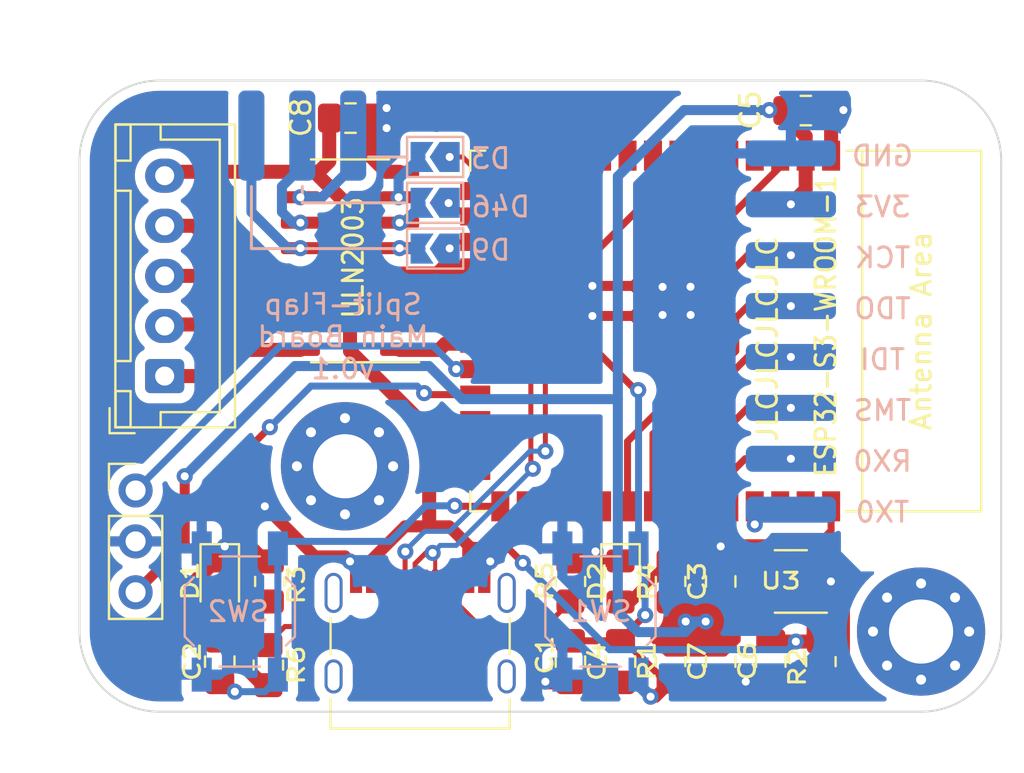
<source format=kicad_pcb>
(kicad_pcb (version 20211014) (generator pcbnew)
  (title_block (title "Split-Flap Main Board") (date "2022-08-10") (rev "v0.1"))
  (layers (0 "F.Cu" signal) (31 "B.Cu" signal) (34 "B.Paste" user) (35 "F.Paste" user) (36 "B.SilkS" user "B.Silkscreen") (37 "F.SilkS" user "F.Silkscreen") (38 "B.Mask" user) (39 "F.Mask" user) (44 "Edge.Cuts" user))
  (net 0 "")
  (net 1 "GND")
  (net 2 "/EN")
  (net 3 "/BOOT0")
  (net 4 "+3.3V")
  (net 5 "VBUS")
  (net 6 "Net-(D1-Pad2)")
  (net 7 "Net-(D2-Pad2)")
  (net 8 "/D13_Transistor")
  (net 9 "/D12_Transistor")
  (net 10 "/D11_Transistor")
  (net 11 "/D10_Transistor")
  (net 12 "Net-(J2-PadA5)")
  (net 13 "/D+")
  (net 14 "/D-")
  (net 16 "Net-(J2-PadB5)")
  (net 19 "Net-(R2-Pad2)")
  (net 20 "/D13")
  (net 21 "/D9_Transistor")
  (net 22 "/D46_Transistor")
  (net 23 "/D3_Transistor")
  (net 33 "/D9")
  (net 34 "/D21")
  (net 42 "/TDI")
  (net 43 "/TDO")
  (net 44 "/TCK")
  (net 45 "/TMS")
  (net 46 "/TX0")
  (net 47 "/RX0")
  (net 49 "/HallSensor")
  (net 51 "/D10")
  (net 52 "/D11")
  (net 53 "/D12")
  (net 55 "/D9_Bridge")
  (net 56 "/D46")
  (net 57 "/D46_Bridge")
  (net 58 "/D3")
  (net 59 "/D3_Bridge")
  (footprint "Capacitor_SMD:C_0805_2012Metric_Pad1.18x1.45mm_HandSolder" (layer "F.Cu") (at 74.475 46.825 -90)
    (fp_text reference "C7")
    (fp_text value "10uF")
  )
  (footprint "Package_SO:SOIC-16_3.9x9.9mm_P1.27mm" (layer "F.Cu") (at 55.975 26.825 180)
    (fp_text reference "U1" hide)
    (fp_text value "ULN2003A")
  )
  (footprint "Resistor_SMD:R_0805_2012Metric_Pad1.20x1.40mm_HandSolder" (layer "F.Cu") (at 51.975 42.825 -90)
    (fp_text reference "R3")
    (fp_text value "5.1K")
  )
  (footprint "Connector_USB:USB_C_Receptacle_Palconn_UTC16-G" (layer "F.Cu") (at 59.475 45.325)
    (fp_text reference "J2" hide)
    (fp_text value "USB_C_Receptacle_USB2.0")
  )
  (footprint "Capacitor_SMD:C_0805_2012Metric_Pad1.18x1.45mm_HandSolder" (layer "F.Cu") (at 69.475 46.825 90)
    (fp_text reference "C4")
    (fp_text value "1uF")
  )
  (footprint "Resistor_SMD:R_0805_2012Metric_Pad1.20x1.40mm_HandSolder" (layer "F.Cu") (at 79.475 46.825 -90)
    (fp_text reference "R2")
    (fp_text value "100k")
  )
  (footprint "Resistor_SMD:R_0805_2012Metric_Pad1.20x1.40mm_HandSolder" (layer "F.Cu") (at 51.9 47 90)
    (fp_text reference "R6")
    (fp_text value "5.1K")
  )
  (footprint "Connector_PinHeader_2.54mm:PinHeader_1x03_P2.54mm_Vertical" (layer "F.Cu") (at 45.275 38.285)
    (fp_text reference "J3" hide)
    (fp_text value "Conn_01x03_Male")
  )
  (footprint "MountingHole:MountingHole_3.2mm_M3_Pad_Via" (layer "F.Cu") (at 84.475 45.325)
    (fp_text reference "H1" hide)
    (fp_text value "MountingHole")
  )
  (footprint "Resistor_SMD:R_0805_2012Metric_Pad1.20x1.40mm_HandSolder" (layer "F.Cu") (at 66.975 42.825 -90)
    (fp_text reference "R5")
    (fp_text value "5.1K")
  )
  (footprint "Resistor_SMD:R_0805_2012Metric_Pad1.20x1.40mm_HandSolder" (layer "F.Cu") (at 71.975 46.825 -90)
    (fp_text reference "R1")
    (fp_text value "5.1K")
  )
  (footprint "Capacitor_SMD:C_0805_2012Metric_Pad1.18x1.45mm_HandSolder" (layer "F.Cu") (at 78.725 19.325)
    (fp_text reference "C5")
    (fp_text value "1uF")
  )
  (footprint "Package_TO_SOT_SMD:SOT-23-5" (layer "F.Cu") (at 77.975 42.825 180)
    (fp_text reference "U3")
    (fp_text value "AP2112K/RT9080-3.3")
  )
  (footprint "LED_SMD:LED_0805_2012Metric_Pad1.15x1.40mm_HandSolder" (layer "F.Cu") (at 69.475 42.825 -90)
    (fp_text reference "D2")
    (fp_text value "LED")
  )
  (footprint "MountingHole:MountingHole_3.2mm_M3_Pad_Via" (layer "F.Cu") (at 55.725 37.075)
    (fp_text reference "H2" hide)
    (fp_text value "MountingHole")
  )
  (footprint "Capacitor_SMD:C_0805_2012Metric_Pad1.18x1.45mm_HandSolder" (layer "F.Cu") (at 76.975 46.825 -90)
    (fp_text reference "C6")
    (fp_text value "10uF")
  )
  (footprint "Capacitor_SMD:C_0805_2012Metric_Pad1.18x1.45mm_HandSolder" (layer "F.Cu") (at 66.975 46.825 90)
    (fp_text reference "C1")
    (fp_text value "1uF")
  )
  (footprint "Capacitor_SMD:C_0805_2012Metric_Pad1.18x1.45mm_HandSolder" (layer "F.Cu") (at 74.475 42.825 90)
    (fp_text reference "C3")
    (fp_text value "10uF")
  )
  (footprint "Connector_JST:JST_XH_B5B-XH-A_1x05_P2.50mm_Vertical" (layer "F.Cu") (at 46.725 32.575 90)
    (fp_text reference "J1" hide)
    (fp_text value "B5B-XH-A")
  )
  (footprint "Resistor_SMD:R_0805_2012Metric_Pad1.20x1.40mm_HandSolder" (layer "F.Cu") (at 71.975 42.825 90)
    (fp_text reference "R4")
    (fp_text value "5.1K")
  )
  (footprint "Espressif:ESP32-S3-WROOM-1" (layer "F.Cu") (at 71.725 30.325 -90)
    (fp_text reference "U2" hide)
    (fp_text value "ESP32-S3-WROOM-1")
  )
  (footprint "Capacitor_SMD:C_0805_2012Metric_Pad1.18x1.45mm_HandSolder" (layer "F.Cu") (at 56 19.7 180)
    (fp_text reference "C8")
    (fp_text value "10uF")
  )
  (footprint "Capacitor_SMD:C_0805_2012Metric_Pad1.18x1.45mm_HandSolder" (layer "F.Cu") (at 49.475 46.825 -90)
    (fp_text reference "C2")
    (fp_text value "1uF")
  )
  (footprint "LED_SMD:LED_0805_2012Metric_Pad1.15x1.40mm_HandSolder" (layer "F.Cu") (at 49.475 42.825 -90)
    (fp_text reference "D1")
    (fp_text value "LED")
  )
  (footprint "Connector_PinHeader_2.54mm_Horizontal_SMD:PinHeader_1x08_P2.54mm_Horizontal_SMD" (layer "B.Cu") (at 77.978 39.243)
    (fp_text reference "J4" hide)
    (fp_text value "Conn_01x08_Male")
  )
  (footprint "Button_Switch_SMD:SW_SPST_TL3342" (layer "B.Cu") (at 68.475 44.325 -90)
    (fp_text reference "SW1")
    (fp_text value "SW_Push")
  )
  (footprint "Jumper:SolderJumper-2_P1.3mm_Open_TrianglePad1.0x1.5mm" (layer "B.Cu") (at 60.2234 26.2128 180)
    (fp_text reference "JP1" hide)
    (fp_text value "SolderJumper_2_Open")
  )
  (footprint "Jumper:SolderJumper-2_P1.3mm_Open_TrianglePad1.0x1.5mm" (layer "B.Cu") (at 60.2234 23.9268 180)
    (fp_text reference "JP2" hide)
    (fp_text value "SolderJumper_2_Open")
  )
  (footprint "Jumper:SolderJumper-2_P1.3mm_Open_TrianglePad1.0x1.5mm" (layer "B.Cu") (at 60.2234 21.6408 180)
    (fp_text reference "JP3" hide)
    (fp_text value "SolderJumper_2_Open")
  )
  (footprint "Button_Switch_SMD:SW_SPST_TL3342" (layer "B.Cu") (at 50.475 44.325 -90)
    (fp_text reference "SW2")
    (fp_text value "SW_Push")
  )
  (footprint "Connector_PinHeader_2.54mm_Horizontal_SMD:PinHeader_1x03_P2.54mm_Horizontal_SMD" (layer "B.Cu") (at 51.054 20.574 -90)
    (fp_text reference "J5" hide)
    (fp_text value "Conn_01x03_Male")
  )
  (gr_line (start 53.594 23.9268) (end 58.7487 23.9268) (layer "B.SilkS") (width 0.15))
  (gr_line (start 56.896 21.6408) (end 58.8234 21.6408) (layer "B.SilkS") (width 0.15))
  (gr_line (start 51.054 26.2128) (end 51.054 23.114) (layer "B.SilkS") (width 0.15))
  (gr_line (start 51.054 26.2128) (end 58.7487 26.2128) (layer "B.SilkS") (width 0.15))
  (gr_line (start 53.594 23.9268) (end 53.594 23.114) (layer "B.SilkS") (width 0.15))
  (gr_line (start 88.475 45.325) (end 88.475 21.825) (layer "Edge.Cuts") (width 0.1))
  (gr_line (start 46.475 49.325) (end 84.475 49.325) (layer "Edge.Cuts") (width 0.1))
  (gr_line (start 46.475 17.825) (end 84.475 17.825) (layer "Edge.Cuts") (width 0.1))
  (gr_line (start 42.475 45.325) (end 42.475 21.825) (layer "Edge.Cuts") (width 0.1))
  (gr_arc (start 88.475 45.325) (mid 87.303427 48.153427) (end 84.475 49.325) (layer "Edge.Cuts") (width 0.1))
  (gr_arc (start 46.475 49.325) (mid 43.646573 48.153427) (end 42.475 45.325) (layer "Edge.Cuts") (width 0.1))
  (gr_arc (start 84.475 17.825) (mid 87.303427 18.996573) (end 88.475 21.825) (layer "Edge.Cuts") (width 0.1))
  (gr_arc (start 42.475 21.825) (mid 43.646573 18.996573) (end 46.475 17.825) (layer "Edge.Cuts") (width 0.1))
  (gr_text "TX0" (at 82.55 39.37) (layer "B.SilkS") (effects (font (size 1 1)) (justify mirror)))
  (gr_text "3V3" (at 82.55 24.13) (layer "B.SilkS") (effects (font (size 1 1)) (justify mirror)))
  (gr_text "D46" (at 63.5 24.13) (layer "B.SilkS") (effects (font (size 1 1)) (justify mirror)))
  (gr_text "TMS" (at 82.55 34.29) (layer "B.SilkS") (effects (font (size 1 1)) (justify mirror)))
  (gr_text "TCK" (at 82.55 26.67) (layer "B.SilkS") (effects (font (size 1 1)) (justify mirror)))
  (gr_text "D3" (at 62.992 21.717) (layer "B.SilkS") (effects (font (size 1 1)) (justify mirror)))
  (gr_text "D9" (at 62.992 26.289) (layer "B.SilkS") (effects (font (size 1 1)) (justify mirror)))
  (gr_text "RX0" (at 82.55 36.83) (layer "B.SilkS") (effects (font (size 1 1)) (justify mirror)))
  (gr_text "Split-Flap\nMain Board\nv0.1" (at 55.626 30.607) (layer "B.SilkS") (effects (font (size 1 1)) (justify mirror)))
  (gr_text "GND" (at 82.55 21.59) (layer "B.SilkS") (effects (font (size 1 1)) (justify mirror)))
  (gr_text "TDI" (at 82.55 31.75) (layer "B.SilkS") (effects (font (size 1 1)) (justify mirror)))
  (gr_text "TDO" (at 82.55 29.21) (layer "B.SilkS") (effects (font (size 1 1)) (justify mirror)))
  (gr_text "ESP32-S3-WROOM-1" (at 79.725 30.075 90) (layer "F.SilkS") (effects (font (size 1 0.9))))
  (gr_text "ULN2003" (at 56.134 26.67 90) (layer "F.SilkS") (effects (font (size 1 0.9))))
  (gr_text "JLCJLCJLCJLC" (at 76.807 30.725 90) (layer "F.SilkS") (effects (font (size 1 1))))
  (segment (start 56.275 42.815) (end 56.275 42.125) (width 0.6) (layer "F.Cu") (net 1))
  (segment (start 49.475 45.7875) (end 49.475 45.825) (width 0.7) (layer "F.Cu") (net 1))
  (segment (start 70.865 27.425) (end 70.765 27.425) (width 0.5) (layer "F.Cu") (net 1))
  (segment (start 66.975 47.8625) (end 69.475 47.8625) (width 0.7) (layer "F.Cu") (net 1))
  (segment (start 72.265 27.425) (end 70.115 29.575) (width 0.5) (layer "F.Cu") (net 1))
  (segment (start 74.475 41.075) (end 74.656 40.894) (width 0.35) (layer "F.Cu") (net 1))
  (segment (start 54.225 41.575) (end 55.725 41.575) (width 0.6) (layer "F.Cu") (net 1))
  (segment (start 79.375 40.894) (end 79.985 40.284) (width 0.35) (layer "F.Cu") (net 1))
  (segment (start 56.275 42.125) (end 55.975 41.825) (width 0.6) (layer "F.Cu") (net 1))
  (segment (start 70.765 27.425) (end 70.115 28.075) (width 0.5) (layer "F.Cu") (net 1))
  (segment (start 49.25 41.8) (end 49.475 41.8) (width 0.7) (layer "F.Cu") (net 1))
  (segment (start 49.475 45.825) (end 51.475 47.825) (width 0.7) (layer "F.Cu") (net 1))
  (segment (start 62.675 42.125) (end 62.975 41.825) (width 0.6) (layer "F.Cu") (net 1))
  (segment (start 55.725 41.575) (end 55.975 41.825) (width 0.6) (layer "F.Cu") (net 1))
  (segment (start 57.0125 19.825) (end 57.0125 21.6125) (width 0.7) (layer "F.Cu") (net 1))
  (segment (start 67 41.8) (end 66.975 41.825) (width 0.6) (layer "F.Cu") (net 1))
  (segment (start 49.475 45.7875) (end 49.4375 45.7875) (width 0.7) (layer "F.Cu") (net 1))
  (segment (start 72.265 27.425) (end 73.665 28.825) (width 0.5) (layer "F.Cu") (net 1))
  (segment (start 70.865 27.425) (end 73.665 30.225) (width 0.5) (layer "F.Cu") (net 1))
  (segment (start 47.975 44.325) (end 47.975 43.075) (width 0.7) (layer "F.Cu") (net 1))
  (segment (start 73.665 27.425) (end 70.865 30.225) (width 0.5) (layer "F.Cu") (net 1))
  (segment (start 79.985 40.284) (end 79.985 39.075) (width 0.35) (layer "F.Cu") (net 1))
  (segment (start 70.865 30.225) (end 70.765 30.225) (width 0.5) (layer "F.Cu") (net 1))
  (segment (start 74.656 40.894) (end 79.375 40.894) (width 0.35) (layer "F.Cu") (net 1))
  (segment (start 57.0125 21.6125) (end 57.78 22.38) (width 0.7) (layer "F.Cu") (net 1))
  (segment (start 70.115 29.575) (end 68.072 29.575) (width 0.5) (layer "F.Cu") (net 1))
  (segment (start 49.4375 45.7875) (end 47.975 44.325) (width 0.7) (layer "F.Cu") (net 1))
  (segment (start 57.78 22.38) (end 58.45 22.38) (width 0.7) (layer "F.Cu") (net 1))
  (segment (start 69.475 41.8) (end 67 41.8) (width 0.6) (layer "F.Cu") (net 1))
  (segment (start 65.725 47.825) (end 65.7625 47.8625) (width 0.7) (layer "F.Cu") (net 1))
  (segment (start 70.115 28.075) (end 68.072 28.075) (width 0.5) (layer "F.Cu") (net 1))
  (segment (start 70.765 30.225) (end 70.115 29.575) (width 0.5) (layer "F.Cu") (net 1))
  (segment (start 79.985 19.7975) (end 79.5125 19.325) (width 0.7) (layer "F.Cu") (net 1))
  (segment (start 47.975 43.075) (end 49.25 41.8) (width 0.7) (layer "F.Cu") (net 1))
  (segment (start 68.072 28.075) (end 68.072 29.575) (width 0.5) (layer "F.Cu") (net 1))
  (segment (start 72.265 30.225) (end 70.115 28.075) (width 0.5) (layer "F.Cu") (net 1))
  (segment (start 62.675 42.815) (end 62.675 42.125) (width 0.6) (layer "F.Cu") (net 1))
  (segment (start 79.985 21.575) (end 79.985 19.7975) (width 0.7) (layer "F.Cu") (net 1))
  (segment (start 74.475 47.8625) (end 76.975 47.8625) (width 0.7) (layer "F.Cu") (net 1))
  (segment (start 65.7625 47.8625) (end 66.975 47.8625) (width 0.7) (layer "F.Cu") (net 1))
  (segment (start 51.475 47.825) (end 51.975 47.825) (width 0.7) (layer "F.Cu") (net 1))
  (segment (start 73.665 28.825) (end 72.265 30.225) (width 0.5) (layer "F.Cu") (net 1))
  (segment (start 51.725 39.075) (end 54.225 41.575) (width 0.6) (layer "F.Cu") (net 1))
  (via (at 55.975 41.825) (size 0.8) (drill 0.4) (layers "F.Cu" "B.Cu") (net 1))
  (via (at 68.072 29.575) (size 0.8) (drill 0.4) (layers "F.Cu" "B.Cu") (net 1))
  (via (at 49.725 41.075) (size 0.8) (drill 0.4) (layers "F.Cu" "B.Cu") (net 1))
  (via (at 80.6 19.3) (size 0.8) (drill 0.4) (layers "F.Cu" "B.Cu") (net 1))
  (via (at 57.8 20.2) (size 0.8) (drill 0.4) (layers "F.Cu" "B.Cu") (net 1))
  (via (at 71.575 28.125) (size 0.8) (drill 0.4) (layers "F.Cu" "B.Cu") (net 1))
  (via (at 68.225 41.325) (size 0.8) (drill 0.4) (layers "F.Cu" "B.Cu") (net 1))
  (via (at 72.975 29.525) (size 0.8) (drill 0.4) (layers "F.Cu" "B.Cu") (net 1))
  (via (at 79.975 42.825) (size 0.8) (drill 0.4) (layers "F.Cu" "B.Cu") (net 1))
  (via (at 51.725 39.075) (size 0.8) (drill 0.4) (layers "F.Cu" "B.Cu") (net 1))
  (via (at 72.967905 28.118156) (size 0.8) (drill 0.4) (layers "F.Cu" "B.Cu") (net 1))
  (via (at 68.072 28.075) (size 0.8) (drill 0.4) (layers "F.Cu" "B.Cu") (net 1))
  (via (at 62.975 41.825) (size 0.8) (drill 0.4) (layers "F.Cu" "B.Cu") (net 1))
  (via (at 75.725 47.825) (size 0.8) (drill 0.4) (layers "F.Cu" "B.Cu") (net 1))
  (via (at 74.475 41.075) (size 0.8) (drill 0.4) (layers "F.Cu" "B.Cu") (net 1))
  (via (at 71.575 29.525) (size 0.8) (drill 0.4) (layers "F.Cu" "B.Cu") (net 1))
  (via (at 65.725 47.825) (size 0.8) (drill 0.4) (layers "F.Cu" "B.Cu") (net 1))
  (via (at 57.8 19.2) (size 0.8) (drill 0.4) (layers "F.Cu" "B.Cu") (net 1))
  (segment (start 65.725 47.825) (end 66.225 47.825) (width 0.6) (layer "B.Cu") (net 1))
  (segment (start 66.225 47.825) (end 66.575 47.475) (width 0.6) (layer "B.Cu") (net 1))
  (segment (start 66.975 45.7875) (end 69.475 45.7875) (width 0.35) (layer "F.Cu") (net 2))
  (segment (start 69.475 45.7875) (end 69.475 45.73693) (width 0.35) (layer "F.Cu") (net 2))
  (segment (start 69.475 45.7875) (end 69.6875 45.7875) (width 0.35) (layer "F.Cu") (net 2))
  (segment (start 70.231 33.274) (end 66.802 29.845) (width 0.35) (layer "F.Cu") (net 2))
  (segment (start 75.184 24.384) (end 77.445 22.123) (width 0.35) (layer "F.Cu") (net 2))
  (segment (start 70.975 48.575) (end 71.225 48.575) (width 0.6) (layer "F.Cu") (net 2))
  (segment (start 70.358 33.274) (end 70.231 33.274) (width 0.35) (layer "F.Cu") (net 2))
  (segment (start 77.445 22.123) (end 77.445 21.575) (width 0.35) (layer "F.Cu") (net 2))
  (segment (start 69.475 45.73693) (end 70.708405 44.503525) (width 0.35) (layer "F.Cu") (net 2))
  (segment (start 71.225 48.575) (end 71.975 47.825) (width 0.6) (layer "F.Cu") (net 2))
  (segment (start 69.6875 45.7875) (end 71.725 47.825) (width 0.35) (layer "F.Cu") (net 2))
  (segment (start 66.802 29.845) (end 66.802 27.813) (width 0.35) (layer "F.Cu") (net 2))
  (segment (start 70.231 24.384) (end 75.184 24.384) (width 0.35) (layer "F.Cu") (net 2))
  (segment (start 71.725 47.825) (end 71.975 47.825) (width 0.35) (layer "F.Cu") (net 2))
  (segment (start 66.802 27.813) (end 70.231 24.384) (width 0.35) (layer "F.Cu") (net 2))
  (via (at 70.708405 44.503525) (size 0.8) (drill 0.4) (layers "F.Cu" "B.Cu") (net 2))
  (via (at 70.358 33.274) (size 0.8) (drill 0.4) (layers "F.Cu" "B.Cu") (net 2))
  (via (at 70.975 48.575) (size 0.8) (drill 0.4) (layers "F.Cu" "B.Cu") (net 2))
  (segment (start 70.7 41.5) (end 70.7 44.49512) (width 0.35) (layer "B.Cu") (net 2))
  (segment (start 70.375 41.175) (end 70.7 41.5) (width 0.35) (layer "B.Cu") (net 2))
  (segment (start 70.7 44.49512) (end 70.708405 44.503525) (width 0.35) (layer "B.Cu") (net 2))
  (segment (start 70.358 33.274) (end 70.375 33.291) (width 0.35) (layer "B.Cu") (net 2))
  (segment (start 70.375 47.475) (end 70.375 47.975) (width 0.6) (layer "B.Cu") (net 2))
  (segment (start 70.375 33.291) (end 70.375 41.175) (width 0.35) (layer "B.Cu") (net 2))
  (segment (start 70.375 47.975) (end 70.975 48.575) (width 0.6) (layer "B.Cu") (net 2))
  (segment (start 61.225001 39.075) (end 63.475 39.075) (width 0.35) (layer "F.Cu") (net 3))
  (segment (start 61.199696 39.049695) (end 61.225001 39.075) (width 0.35) (layer "F.Cu") (net 3))
  (segment (start 49.475 47.8625) (end 49.7625 47.8625) (width 0.35) (layer "F.Cu") (net 3))
  (segment (start 49.7625 47.8625) (end 50.225 48.325) (width 0.35) (layer "F.Cu") (net 3))
  (via (at 61.199696 39.049695) (size 0.8) (drill 0.4) (layers "F.Cu" "B.Cu") (net 3))
  (via (at 50.225 48.325) (size 0.8) (drill 0.4) (layers "F.Cu" "B.Cu") (net 3))
  (segment (start 52.375 47.675) (end 52.375 47.475) (width 0.35) (layer "B.Cu") (net 3))
  (segment (start 59.750305 39.049695) (end 57.975 40.825) (width 0.35) (layer "B.Cu") (net 3))
  (segment (start 50.225 48.325) (end 51.725 48.325) (width 0.35) (layer "B.Cu") (net 3))
  (segment (start 57.975 40.825) (end 52.725 40.825) (width 0.35) (layer "B.Cu") (net 3))
  (segment (start 61.199696 39.049695) (end 59.750305 39.049695) (width 0.35) (layer "B.Cu") (net 3))
  (segment (start 52.725 40.825) (end 52.375 41.175) (width 0.35) (layer "B.Cu") (net 3))
  (segment (start 51.725 48.325) (end 52.375 47.675) (width 0.35) (layer "B.Cu") (net 3))
  (segment (start 52.375 47.475) (end 52.375 41.175) (width 0.35) (layer "B.Cu") (net 3))
  (segment (start 76.9 19.3) (end 76.925 19.325) (width 0.5) (layer "F.Cu") (net 4))
  (segment (start 76.925 19.325) (end 77.4375 19.325) (width 0.5) (layer "F.Cu") (net 4))
  (segment (start 78.715 21.575) (end 78.715 23.266) (width 0.7) (layer "F.Cu") (net 4))
  (segment (start 47.725 40.915) (end 45.275 43.365) (width 0.5) (layer "F.Cu") (net 4))
  (segment (start 47.725 37.575) (end 47.725 40.915) (width 0.5) (layer "F.Cu") (net 4))
  (segment (start 78.715 23.266) (end 77.978 24.003) (width 0.7) (layer "F.Cu") (net 4))
  (segment (start 78.715 20.6025) (end 77.4375 19.325) (width 0.7) (layer "F.Cu") (net 4))
  (segment (start 78.715 21.575) (end 78.715 20.6025) (width 0.7) (layer "F.Cu") (net 4))
  (via (at 77.978 24.003) (size 0.8) (drill 0.4) (layers "F.Cu" "B.Cu") (net 4))
  (via (at 72.725 44.825) (size 0.8) (drill 0.4) (layers "F.Cu" "B.Cu") (net 4))
  (via (at 73.725 44.825) (size 0.8) (drill 0.4) (layers "F.Cu" "B.Cu") (net 4))
  (via (at 76.9 19.3) (size 0.8) (drill 0.4) (layers "F.Cu" "B.Cu") (net 4))
  (via (at 47.725 37.575) (size 0.8) (drill 0.4) (layers "F.Cu" "B.Cu") (net 4))
  (segment (start 59.922918 32.075) (end 53.225 32.075) (width 0.5) (layer "B.Cu") (net 4))
  (segment (start 69.342 33.725) (end 61.572918 33.725) (width 0.5) (layer "B.Cu") (net 4))
  (segment (start 76.9 19.3) (end 72.648 19.3) (width 0.5) (layer "B.Cu") (net 4))
  (segment (start 69.342 22.606) (end 69.342 33.725) (width 0.5) (layer "B.Cu") (net 4))
  (segment (start 53.225 32.075) (end 47.725 37.575) (width 0.5) (layer "B.Cu") (net 4))
  (segment (start 72.696475 45.353525) (end 73.225 44.825) (width 0.5) (layer "B.Cu") (net 4))
  (segment (start 69.342 33.725) (end 69.342 44.339202) (width 0.5) (layer "B.Cu") (net 4))
  (segment (start 70.356323 45.353525) (end 72.696475 45.353525) (width 0.5) (layer "B.Cu") (net 4))
  (segment (start 69.342 44.339202) (end 70.356323 45.353525) (width 0.5) (layer "B.Cu") (net 4))
  (segment (start 73.225 44.825) (end 72.725 44.825) (width 0.5) (layer "B.Cu") (net 4))
  (segment (start 73.725 44.825) (end 73.225 44.825) (width 0.5) (layer "B.Cu") (net 4))
  (segment (start 61.572918 33.725) (end 59.922918 32.075) (width 0.5) (layer "B.Cu") (net 4))
  (segment (start 72.648 19.3) (end 69.342 22.606) (width 0.5) (layer "B.Cu") (net 4))
  (segment (start 54.194949 22.38) (end 55.975 24.160051) (width 0.7) (layer "F.Cu") (net 5))
  (segment (start 57.075 41.724293) (end 57.075 42.815) (width 0.6) (layer "F.Cu") (net 5))
  (segment (start 53.5 22.38) (end 54.194949 22.38) (width 0.7) (layer "F.Cu") (net 5))
  (segment (start 54.9375 21.8625) (end 54.42 22.38) (width 0.7) (layer "F.Cu") (net 5))
  (segment (start 78.225 45.825) (end 77.0125 45.825) (width 0.7) (layer "F.Cu") (net 5))
  (segment (start 79.475 45.825) (end 78.225 45.825) (width 0.7) (layer "F.Cu") (net 5))
  (segment (start 58.724293 40.075) (end 57.075 41.724293) (width 0.6) (layer "F.Cu") (net 5))
  (segment (start 61.875 41.025) (end 63.725 41.025) (width 0.35) (layer "F.Cu") (net 5))
  (segment (start 61.875 42.815) (end 61.875 41.025) (width 0.6) (layer "F.Cu") (net 5))
  (segment (start 79.1125 45.4625) (end 79.475 45.825) (width 0.7) (layer "F.Cu") (net 5))
  (segment (start 53.5 22.38) (end 46.92 22.38) (width 0.7) (layer "F.Cu") (net 5))
  (segment (start 54.9375 19.825) (end 54.9375 21.8625) (width 0.7) (layer "F.Cu") (net 5))
  (segment (start 77.0125 45.825) (end 76.975 45.7875) (width 0.7) (layer "F.Cu") (net 5))
  (segment (start 61.875 41.025) (end 60.925 40.075) (width 0.6) (layer "F.Cu") (net 5))
  (segment (start 54.42 22.38) (end 53.5 22.38) (width 0.7) (layer "F.Cu") (net 5))
  (segment (start 79.1125 43.775) (end 79.1125 45.4625) (width 0.7) (layer "F.Cu") (net 5))
  (segment (start 55.975 31.325) (end 59.925 35.275) (width 0.7) (layer "F.Cu") (net 5))
  (segment (start 55.975 24.160051) (end 55.975 31.325) (width 0.7) (layer "F.Cu") (net 5))
  (segment (start 60.925 40.075) (end 58.724293 40.075) (width 0.6) (layer "F.Cu") (net 5))
  (segment (start 59.925 35.275) (end 59.925 39.875) (width 0.7) (layer "F.Cu") (net 5))
  (segment (start 63.725 41.025) (end 64.6 41.9) (width 0.35) (layer "F.Cu") (net 5))
  (segment (start 46.92 22.38) (end 46.725 22.575) (width 0.7) (layer "F.Cu") (net 5))
  (via (at 64.6 41.9) (size 0.8) (drill 0.4) (layers "F.Cu" "B.Cu") (net 5))
  (via (at 78.225 45.825) (size 0.8) (drill 0.4) (layers "F.Cu" "B.Cu") (net 5))
  (segment (start 78.225 45.825) (end 77.822 46.228) (width 0.35) (layer "B.Cu") (net 5))
  (segment (start 77.822 46.228) (end 68.928 46.228) (width 0.35) (layer "B.Cu") (net 5))
  (segment (start 68.928 46.228) (end 64.6 41.9) (width 0.35) (layer "B.Cu") (net 5))
  (segment (start 49.475 43.85) (end 51.95 43.85) (width 0.7) (layer "F.Cu") (net 6))
  (segment (start 51.95 43.85) (end 51.975 43.825) (width 0.7) (layer "F.Cu") (net 6))
  (segment (start 71.975 41.825) (end 69.95 43.85) (width 0.6) (layer "F.Cu") (net 7))
  (segment (start 69.95 43.85) (end 69.475 43.85) (width 0.6) (layer "F.Cu") (net 7))
  (segment (start 50.03 31.27) (end 48.725 32.575) (width 0.7) (layer "F.Cu") (net 8))
  (segment (start 48.725 32.575) (end 46.725 32.575) (width 0.7) (layer "F.Cu") (net 8))
  (segment (start 53.5 31.27) (end 50.03 31.27) (width 0.7) (layer "F.Cu") (net 8))
  (segment (start 46.8 30) (end 46.725 30.075) (width 0.7) (layer "F.Cu") (net 9))
  (segment (start 53.5 30) (end 46.8 30) (width 0.7) (layer "F.Cu") (net 9))
  (segment (start 48.725 27.575) (end 46.725 27.575) (width 0.7) (layer "F.Cu") (net 10))
  (segment (start 49.88 28.73) (end 48.725 27.575) (width 0.7) (layer "F.Cu") (net 10))
  (segment (start 53.5 28.73) (end 49.88 28.73) (width 0.7) (layer "F.Cu") (net 10))
  (segment (start 50.61 27.46) (end 48.225 25.075) (width 0.7) (layer "F.Cu") (net 11))
  (segment (start 48.225 25.075) (end 46.725 25.075) (width 0.7) (layer "F.Cu") (net 11))
  (segment (start 53.5 27.46) (end 50.61 27.46) (width 0.7) (layer "F.Cu") (net 11))
  (segment (start 56.861396 45.075) (end 52.725 45.075) (width 0.25) (layer "F.Cu") (net 12))
  (segment (start 58.225 43.711396) (end 56.861396 45.075) (width 0.25) (layer "F.Cu") (net 12))
  (segment (start 52.725 45.075) (end 51.975 45.825) (width 0.25) (layer "F.Cu") (net 12))
  (segment (start 58.225 42.815) (end 58.225 43.711396) (width 0.25) (layer "F.Cu") (net 12))
  (segment (start 65.099294 37.199294) (end 65 37.1) (width 0.25) (layer "F.Cu") (net 13))
  (segment (start 60.1 41.4) (end 60.225 41.525) (width 0.2) (layer "F.Cu") (net 13))
  (segment (start 59.76 41.4) (end 59.225 41.935) (width 0.25) (layer "F.Cu") (net 13))
  (segment (start 65 23.6) (end 63.475 22.075) (width 0.25) (layer "F.Cu") (net 13))
  (segment (start 59.225 41.935) (end 59.225 42.815) (width 0.25) (layer "F.Cu") (net 13))
  (segment (start 63.475 22.075) (end 63.475 21.575) (width 0.25) (layer "F.Cu") (net 13))
  (segment (start 60.1 41.4) (end 59.76 41.4) (width 0.25) (layer "F.Cu") (net 13))
  (segment (start 60.225 41.525) (end 60.225 42.815) (width 0.2) (layer "F.Cu") (net 13))
  (segment (start 65 37.1) (end 65 23.6) (width 0.25) (layer "F.Cu") (net 13))
  (via (at 65.099294 37.199294) (size 0.8) (drill 0.4) (layers "F.Cu" "B.Cu") (net 13))
  (via (at 60.1 41.4) (size 0.8) (drill 0.4) (layers "F.Cu" "B.Cu") (net 13))
  (segment (start 61.275 41.025) (end 65.099294 37.200706) (width 0.25) (layer "B.Cu") (net 13))
  (segment (start 60.1 41.4) (end 60.475 41.025) (width 0.25) (layer "B.Cu") (net 13))
  (segment (start 65.099294 37.200706) (end 65.099294 37.199294) (width 0.25) (layer "B.Cu") (net 13))
  (segment (start 60.475 41.025) (end 61.275 41.025) (width 0.25) (layer "B.Cu") (net 13))
  (segment (start 65.725 36.3245) (end 65.725 23.075) (width 0.25) (layer "F.Cu") (net 14))
  (segment (start 59.725 43.575) (end 59.725 42.815) (width 0.25) (layer "F.Cu") (net 14))
  (segment (start 65.7245 36.325) (end 65.725 36.3245) (width 0.25) (layer "F.Cu") (net 14))
  (segment (start 58.725 41.347086) (end 58.736043 41.336043) (width 0.25) (layer "F.Cu") (net 14))
  (segment (start 59.475 43.825) (end 59.725 43.575) (width 0.25) (layer "F.Cu") (net 14))
  (segment (start 64.745 22.095) (end 64.745 21.575) (width 0.25) (layer "F.Cu") (net 14))
  (segment (start 58.725 43.575) (end 58.975 43.825) (width 0.25) (layer "F.Cu") (net 14))
  (segment (start 58.975 43.825) (end 59.475 43.825) (width 0.25) (layer "F.Cu") (net 14))
  (segment (start 65.725 23.075) (end 64.745 22.095) (width 0.25) (layer "F.Cu") (net 14))
  (segment (start 58.725 42.815) (end 58.725 41.347086) (width 0.25) (layer "F.Cu") (net 14))
  (segment (start 58.725 42.815) (end 58.725 43.575) (width 0.25) (layer "F.Cu") (net 14))
  (via (at 65.7245 36.325) (size 0.8) (drill 0.4) (layers "F.Cu" "B.Cu") (net 14))
  (via (at 58.736043 41.336043) (size 0.8) (drill 0.4) (layers "F.Cu" "B.Cu") (net 14))
  (segment (start 58.736043 41.288652) (end 58.736043 41.336043) (width 0.25) (layer "B.Cu") (net 14))
  (segment (start 64.948989 36.325) (end 60.948989 40.325) (width 0.25) (layer "B.Cu") (net 14))
  (segment (start 59.699695 40.325) (end 58.736043 41.288652) (width 0.25) (layer "B.Cu") (net 14))
  (segment (start 60.948989 40.325) (end 59.699695 40.325) (width 0.25) (layer "B.Cu") (net 14))
  (segment (start 65.7245 36.325) (end 64.948989 36.325) (width 0.25) (layer "B.Cu") (net 14))
  (segment (start 62.475 45.075) (end 65.725 45.075) (width 0.25) (layer "F.Cu") (net 16))
  (segment (start 65.725 45.075) (end 66.975 43.825) (width 0.25) (layer "F.Cu") (net 16))
  (segment (start 61.225 42.815) (end 61.225 43.825) (width 0.25) (layer "F.Cu") (net 16))
  (segment (start 61.225 43.825) (end 62.475 45.075) (width 0.25) (layer "F.Cu") (net 16))
  (segment (start 80.121016 41.875) (end 79.1125 41.875) (width 0.35) (layer "F.Cu") (net 19))
  (segment (start 79.475 47.825) (end 80.75 46.55) (width 0.35) (layer "F.Cu") (net 19))
  (segment (start 80.75 42.503984) (end 80.121016 41.875) (width 0.35) (layer "F.Cu") (net 19))
  (segment (start 80.75 46.55) (end 80.75 42.503984) (width 0.35) (layer "F.Cu") (net 19))
  (segment (start 60.42 31.27) (end 60.73 30.96) (width 0.7) (layer "F.Cu") (net 20))
  (segment (start 60.73 30.96) (end 62.225 30.96) (width 0.7) (layer "F.Cu") (net 20))
  (segment (start 58.45 31.27) (end 60.42 31.27) (width 0.7) (layer "F.Cu") (net 20))
  (via (at 53.5 26.19) (size 0.8) (drill 0.4) (layers "F.Cu" "B.Cu") (net 21))
  (segment (start 53.5 26.19) (end 52.86 26.19) (width 0.5) (layer "B.Cu") (net 21))
  (segment (start 52.86 26.19) (end 51.054 24.384) (width 0.5) (layer "B.Cu") (net 21))
  (segment (start 51.054 24.384) (end 51.054 20.574) (width 0.5) (layer "B.Cu") (net 21))
  (via (at 53.5 24.92) (size 0.8) (drill 0.4) (layers "F.Cu" "B.Cu") (net 22))
  (segment (start 53.5 24.92) (end 53.114 24.92) (width 0.5) (layer "B.Cu") (net 22))
  (segment (start 53.114 24.92) (end 52.578 24.384) (width 0.5) (layer "B.Cu") (net 22))
  (segment (start 52.578 23.114) (end 53.594 22.098) (width 0.5) (layer "B.Cu") (net 22))
  (segment (start 52.578 24.384) (end 52.578 23.114) (width 0.5) (layer "B.Cu") (net 22))
  (segment (start 53.594 22.098) (end 53.594 20.574) (width 0.5) (layer "B.Cu") (net 22))
  (via (at 53.5 23.65) (size 0.8) (drill 0.4) (layers "F.Cu" "B.Cu") (net 23))
  (segment (start 56.134 22.098) (end 54.582 23.65) (width 0.5) (layer "B.Cu") (net 23))
  (segment (start 54.582 23.65) (end 53.5 23.65) (width 0.5) (layer "B.Cu") (net 23))
  (segment (start 56.134 20.574) (end 56.134 22.098) (width 0.5) (layer "B.Cu") (net 23))
  (segment (start 62.225 25.88) (end 61.2689 25.88) (width 0.25) (layer "F.Cu") (net 33))
  (segment (start 61.2689 25.88) (end 60.9484 26.2005) (width 0.25) (layer "F.Cu") (net 33))
  (via (at 60.9484 26.2005) (size 0.8) (drill 0.4) (layers "F.Cu" "B.Cu") (net 33))
  (segment (start 51.975 35.125) (end 50.725 36.375) (width 0.35) (layer "F.Cu") (net 34))
  (segment (start 59.75 33.5) (end 59.675 33.425) (width 0.35) (layer "F.Cu") (net 34))
  (segment (start 62.225 33.5) (end 59.75 33.5) (width 0.35) (layer "F.Cu") (net 34))
  (segment (start 50.725 36.375) (end 50.725 40.575) (width 0.35) (layer "F.Cu") (net 34))
  (segment (start 50.725 40.575) (end 51.975 41.825) (width 0.35) (layer "F.Cu") (net 34))
  (via (at 59.675 33.425) (size 0.8) (drill 0.4) (layers "F.Cu" "B.Cu") (net 34))
  (via (at 51.975 35.125) (size 0.8) (drill 0.4) (layers "F.Cu" "B.Cu") (net 34))
  (segment (start 59.325 33.075) (end 54.025 33.075) (width 0.35) (layer "B.Cu") (net 34))
  (segment (start 59.675 33.425) (end 59.325 33.075) (width 0.35) (layer "B.Cu") (net 34))
  (segment (start 54.025 33.075) (end 51.975 35.125) (width 0.35) (layer "B.Cu") (net 34))
  (segment (start 72.365 35.077) (end 75.819 31.623) (width 0.35) (layer "F.Cu") (net 42))
  (segment (start 72.365 39.075) (end 72.365 35.077) (width 0.35) (layer "F.Cu") (net 42))
  (segment (start 75.819 31.623) (end 77.978 31.623) (width 0.35) (layer "F.Cu") (net 42))
  (via (at 77.978 31.623) (size 0.8) (drill 0.4) (layers "F.Cu" "B.Cu") (net 42))
  (segment (start 71.095 39.075) (end 71.095 35.458) (width 0.35) (layer "F.Cu") (net 43))
  (segment (start 75.819 29.083) (end 77.978 29.083) (width 0.35) (layer "F.Cu") (net 43))
  (segment (start 71.095 35.458) (end 75.226 31.327) (width 0.35) (layer "F.Cu") (net 43))
  (segment (start 75.226 29.676) (end 75.819 29.083) (width 0.35) (layer "F.Cu") (net 43))
  (segment (start 75.226 31.327) (end 75.226 29.676) (width 0.35) (layer "F.Cu") (net 43))
  (via (at 77.978 29.083) (size 0.8) (drill 0.4) (layers "F.Cu" "B.Cu") (net 43))
  (segment (start 69.825 35.839) (end 74.676 30.988) (width 0.35) (layer "F.Cu") (net 44))
  (segment (start 75.819 26.543) (end 77.978 26.543) (width 0.35) (layer "F.Cu") (net 44))
  (segment (start 69.825 39.075) (end 69.825 35.839) (width 0.35) (layer "F.Cu") (net 44))
  (segment (start 74.676 30.988) (end 74.676 27.686) (width 0.35) (layer "F.Cu") (net 44))
  (segment (start 74.676 27.686) (end 75.819 26.543) (width 0.35) (layer "F.Cu") (net 44))
  (via (at 77.978 26.543) (size 0.8) (drill 0.4) (layers "F.Cu" "B.Cu") (net 44))
  (segment (start 73.635 39.075) (end 73.635 36.347) (width 0.35) (layer "F.Cu") (net 45))
  (segment (start 75.819 34.163) (end 77.978 34.163) (width 0.35) (layer "F.Cu") (net 45))
  (segment (start 73.635 36.347) (end 75.819 34.163) (width 0.35) (layer "F.Cu") (net 45))
  (via (at 77.978 34.163) (size 0.8) (drill 0.4) (layers "F.Cu" "B.Cu") (net 45))
  (segment (start 76.175 39.9792) (end 76.175 39.075) (width 0.35) (layer "F.Cu") (net 46))
  (segment (start 76.1746 39.9796) (end 76.175 39.9792) (width 0.35) (layer "F.Cu") (net 46))
  (via (at 76.1746 39.9796) (size 0.8) (drill 0.4) (layers "F.Cu" "B.Cu") (net 46))
  (segment (start 76.9112 39.243) (end 77.978 39.243) (width 0.35) (layer "B.Cu") (net 46))
  (segment (start 76.1746 39.9796) (end 76.9112 39.243) (width 0.35) (layer "B.Cu") (net 46))
  (segment (start 74.905 37.49) (end 75.692 36.703) (width 0.35) (layer "F.Cu") (net 47))
  (segment (start 75.692 36.703) (end 77.978 36.703) (width 0.35) (layer "F.Cu") (net 47))
  (segment (start 74.905 39.075) (end 74.905 37.49) (width 0.35) (layer "F.Cu") (net 47))
  (via (at 77.978 36.703) (size 0.8) (drill 0.4) (layers "F.Cu" "B.Cu") (net 47))
  (segment (start 61.28 32.23) (end 62.225 32.23) (width 0.35) (layer "F.Cu") (net 49))
  (segment (start 61.275 32.225) (end 61.28 32.23) (width 0.35) (layer "F.Cu") (net 49))
  (via (at 61.275 32.225) (size 0.8) (drill 0.4) (layers "F.Cu" "B.Cu") (net 49))
  (segment (start 52.485 31.075) (end 45.275 38.285) (width 0.35) (layer "B.Cu") (net 49))
  (segment (start 61.275 32.225) (end 60.125 31.075) (width 0.35) (layer "B.Cu") (net 49))
  (segment (start 60.125 31.075) (end 52.485 31.075) (width 0.35) (layer "B.Cu") (net 49))
  (segment (start 60.34 27.46) (end 60.65 27.15) (width 0.7) (layer "F.Cu") (net 51))
  (segment (start 60.65 27.15) (end 62.225 27.15) (width 0.7) (layer "F.Cu") (net 51))
  (segment (start 58.45 27.46) (end 60.34 27.46) (width 0.7) (layer "F.Cu") (net 51))
  (segment (start 60.38 28.73) (end 60.69 28.42) (width 0.7) (layer "F.Cu") (net 52))
  (segment (start 58.45 28.73) (end 60.38 28.73) (width 0.7) (layer "F.Cu") (net 52))
  (segment (start 60.69 28.42) (end 62.225 28.42) (width 0.7) (layer "F.Cu") (net 52))
  (segment (start 60.3 30) (end 60.61 29.69) (width 0.7) (layer "F.Cu") (net 53))
  (segment (start 58.45 30) (end 60.3 30) (width 0.7) (layer "F.Cu") (net 53))
  (segment (start 60.61 29.69) (end 62.225 29.69) (width 0.7) (layer "F.Cu") (net 53))
  (via (at 58.45 26.19) (size 0.8) (drill 0.4) (layers "F.Cu" "B.Cu") (net 55))
  (segment (start 59.4984 26.2128) (end 58.4728 26.2128) (width 0.5) (layer "B.Cu") (net 55))
  (segment (start 58.4728 26.2128) (end 58.45 26.19) (width 0.5) (layer "B.Cu") (net 55))
  (segment (start 60.894757 23.940735) (end 61.075535 23.940735) (width 0.25) (layer "F.Cu") (net 56))
  (segment (start 61.075535 23.940735) (end 61.7448 24.61) (width 0.25) (layer "F.Cu") (net 56))
  (segment (start 61.7448 24.61) (end 62.225 24.61) (width 0.25) (layer "F.Cu") (net 56))
  (via (at 60.894757 23.940735) (size 0.8) (drill 0.4) (layers "F.Cu" "B.Cu") (net 56))
  (via (at 58.45 24.92) (size 0.8) (drill 0.4) (layers "F.Cu" "B.Cu") (net 57))
  (segment (start 59.4984 24.0676) (end 58.646 24.92) (width 0.5) (layer "B.Cu") (net 57))
  (segment (start 59.4984 23.9268) (end 59.4984 24.0676) (width 0.5) (layer "B.Cu") (net 57))
  (segment (start 58.646 24.92) (end 58.45 24.92) (width 0.5) (layer "B.Cu") (net 57))
  (segment (start 61.595 21.6408) (end 60.9484 21.6408) (width 0.25) (layer "F.Cu") (net 58))
  (segment (start 62.225 22.2708) (end 61.595 21.6408) (width 0.25) (layer "F.Cu") (net 58))
  (segment (start 62.225 23.34) (end 62.225 22.2708) (width 0.25) (layer "F.Cu") (net 58))
  (via (at 60.9484 21.6408) (size 0.8) (drill 0.4) (layers "F.Cu" "B.Cu") (net 58))
  (via (at 58.3989 23.65) (size 0.8) (drill 0.4) (layers "F.Cu" "B.Cu") (net 59))
  (segment (start 58.3989 22.7403) (end 58.3989 23.65) (width 0.5) (layer "B.Cu") (net 59))
  (segment (start 59.4984 21.6408) (end 58.3989 22.7403) (width 0.5) (layer "B.Cu") (net 59))
  (zone (net 4) (net_name "+3.3V") (layer "F.Cu") (connect_pads thru_hole_only (clearance 0.508)) (min_thickness 0.254) (fill yes (thermal_gap 0.508) (thermal_bridge_width 0.508))
    (polygon (pts (xy 77.225 43.075) (xy 77.725 43.825) (xy 77.225 44.575) (xy 75.975 44.575) (xy 75.475 45.075) (xy 75.475 45.825) (xy 74.725 46.575) (xy 71.725 46.575) (xy 70.975 45.825) (xy 70.975 43.825) (xy 71.725 43.075) (xy 74.975 43.075)))
  )
  (zone (net 1) (net_name "GND") (layer "B.Cu") (connect_pads (clearance 0.508)) (min_thickness 0.254) (fill yes (thermal_gap 0.508) (thermal_bridge_width 0.508) (smoothing chamfer) (radius 1) (island_removal_mode 2) (island_area_min 500))
    (polygon (pts (xy 80.975 18.325) (xy 80.975 19.825) (xy 80.475 20.325) (xy 80.475 41.325) (xy 81.475 42.325) (xy 85.475 42.325) (xy 87.475 44.325) (xy 87.475 49.325) (xy 42.475 49.325) (xy 42.475 17.825) (xy 80.475 17.825)))
  )
)
</source>
